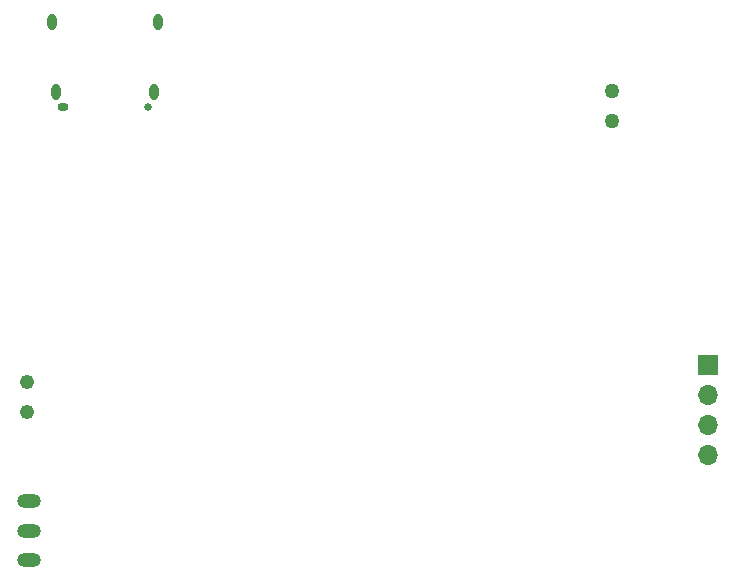
<source format=gbs>
G04 #@! TF.GenerationSoftware,KiCad,Pcbnew,(6.0.1-0)*
G04 #@! TF.CreationDate,2022-05-03T07:14:09+06:00*
G04 #@! TF.ProjectId,Sound Sensor,536f756e-6420-4536-956e-736f722e6b69,rev?*
G04 #@! TF.SameCoordinates,Original*
G04 #@! TF.FileFunction,Soldermask,Bot*
G04 #@! TF.FilePolarity,Negative*
%FSLAX46Y46*%
G04 Gerber Fmt 4.6, Leading zero omitted, Abs format (unit mm)*
G04 Created by KiCad (PCBNEW (6.0.1-0)) date 2022-05-03 07:14:09*
%MOMM*%
%LPD*%
G01*
G04 APERTURE LIST*
%ADD10O,2.000000X1.200000*%
%ADD11O,0.950000X0.650000*%
%ADD12C,0.650000*%
%ADD13O,0.800000X1.400000*%
%ADD14R,1.700000X1.700000*%
%ADD15O,1.700000X1.700000*%
%ADD16C,1.270000*%
%ADD17C,1.228000*%
G04 APERTURE END LIST*
D10*
X168620000Y-144330000D03*
X168620000Y-141830000D03*
X168620000Y-139330000D03*
D11*
X171430000Y-105960000D03*
D12*
X178630000Y-105960000D03*
D13*
X170540000Y-98760000D03*
X179520000Y-98760000D03*
X179160000Y-104710000D03*
X170900000Y-104710000D03*
D14*
X226100000Y-127780000D03*
D15*
X226100000Y-130320000D03*
X226100000Y-132860000D03*
X226100000Y-135400000D03*
D16*
X217990000Y-104640500D03*
X217990000Y-107140500D03*
D17*
X168390000Y-131775000D03*
X168390000Y-129275000D03*
M02*

</source>
